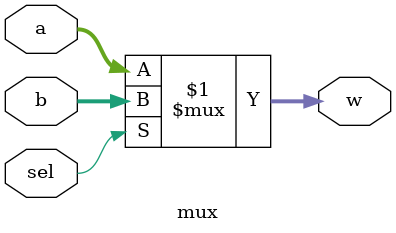
<source format=v>
module mux #(parameter N = 32) (sel,a,b,w);
    input sel;
    input [N-1:0] a,b;
    output [N-1:0] w;

    assign w = (sel) ? b : a;
endmodule
</source>
